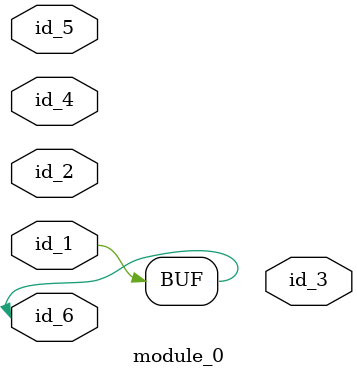
<source format=v>
module module_0 (
    id_1,
    id_2,
    id_3,
    id_4,
    id_5,
    id_6
);
  inout id_6;
  inout id_5;
  input id_4;
  output id_3;
  input id_2;
  input id_1;
  assign id_6 = id_1;
endmodule

</source>
